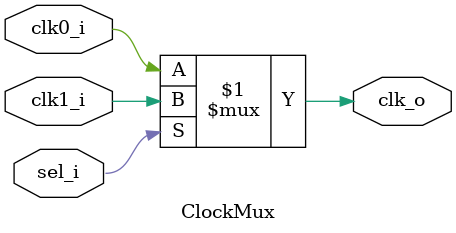
<source format=sv>

`default_nettype none
`timescale 1ns/100ps

module ClockMux #(
    parameter DELAY = 0
)(
    input  wire clk0_i,
    input  wire clk1_i,
    input  wire sel_i,
    output wire clk_o
);

`ifdef XILINX_FPGA

    BUFGMUX clkMux (
       .I0 (clk0_i),
       .I1 (clk1_i),
       .S  (sel_i),
       .O  (clk_o)
    );

`elsif RACYICS

    ri_common_clkmux
    // synopsys translate_off
        #(.C_DELAY(DELAY))
    // synopsys translate_on
    i_common_clkmux (
        .I0(clk0_i),
        .I1(clk1_i),
        .S(sel_i),
        .Z(clk_o)
    );

`else

    // synopsys translate_off
    generate
        if (DELAY) begin: CLKMUX_DELAY
            assign #DELAY clk_o = sel_i ? clk1_i : clk0_i;
        end
        else begin: CLKMUX_NO_DELAY
    // synopsys translate_on
            assign clk_o = sel_i ? clk1_i : clk0_i;
    // synopsys translate_off
        end
    endgenerate
    // synopsys translate_on

`endif

endmodule 

</source>
